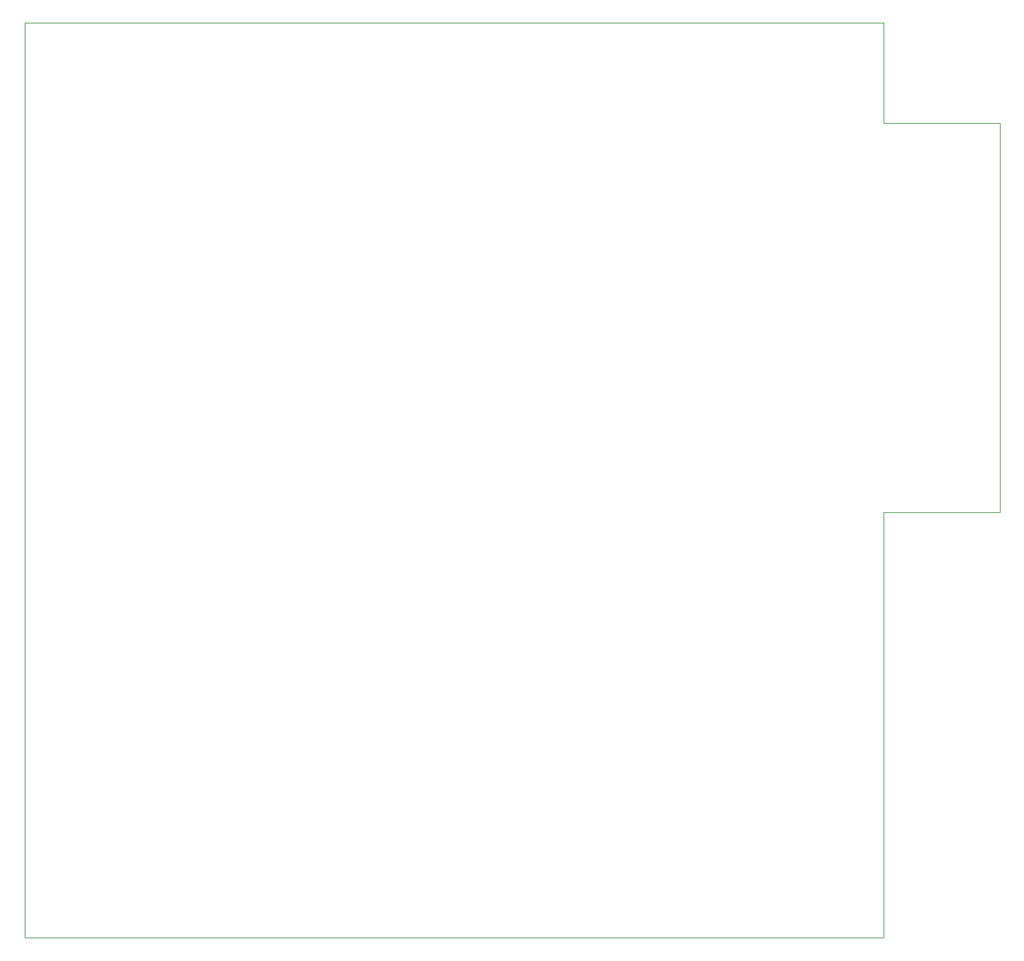
<source format=gbr>
%TF.GenerationSoftware,KiCad,Pcbnew,(5.1.7)-1*%
%TF.CreationDate,2020-12-23T12:42:28-08:00*%
%TF.ProjectId,Sine_Dimmer,53696e65-5f44-4696-9d6d-65722e6b6963,1.0*%
%TF.SameCoordinates,PX544c140PY8fe2f60*%
%TF.FileFunction,Paste,Bot*%
%TF.FilePolarity,Positive*%
%FSLAX46Y46*%
G04 Gerber Fmt 4.6, Leading zero omitted, Abs format (unit mm)*
G04 Created by KiCad (PCBNEW (5.1.7)-1) date 2020-12-23 12:42:28*
%MOMM*%
%LPD*%
G01*
G04 APERTURE LIST*
%TA.AperFunction,Profile*%
%ADD10C,0.050000*%
%TD*%
G04 APERTURE END LIST*
D10*
X0Y0D02*
X0Y115824000D01*
X108712000Y0D02*
X0Y0D01*
X108712000Y53848000D02*
X108712000Y0D01*
X108712000Y115824000D02*
X108712000Y103124000D01*
X0Y115824000D02*
X108712000Y115824000D01*
X123444000Y53848000D02*
X108712000Y53848000D01*
X123444000Y103124000D02*
X123444000Y53848000D01*
X108712000Y103124000D02*
X123444000Y103124000D01*
M02*

</source>
